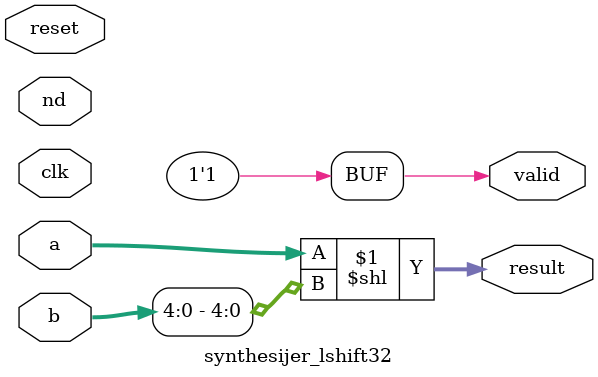
<source format=v>
`default_nettype none

module synthesijer_lshift32
  (
   input wire 		clk,
   input wire 		reset,
   input wire signed [31:0] 	a,
   input wire signed [31:0] 	b,
   input wire 		nd,
   output wire signed [31:0] result,
   output wire 		valid
   );

   assign result = a << b[4:0];
   assign valid = 1'b1;

endmodule // synthesijer_lshift32

`default_nettype wire

</source>
